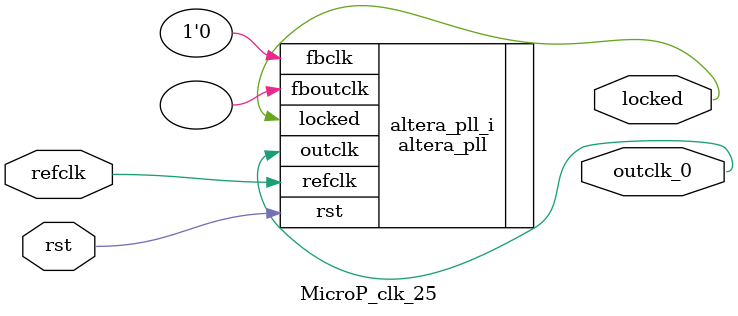
<source format=v>
`timescale 1ns/10ps
module  MicroP_clk_25(

	// interface 'refclk'
	input wire refclk,

	// interface 'reset'
	input wire rst,

	// interface 'outclk0'
	output wire outclk_0,

	// interface 'locked'
	output wire locked
);

	altera_pll #(
		.fractional_vco_multiplier("false"),
		.reference_clock_frequency("50.0 MHz"),
		.operation_mode("direct"),
		.number_of_clocks(1),
		.output_clock_frequency0("25.000000 MHz"),
		.phase_shift0("0 ps"),
		.duty_cycle0(50),
		.output_clock_frequency1("0 MHz"),
		.phase_shift1("0 ps"),
		.duty_cycle1(50),
		.output_clock_frequency2("0 MHz"),
		.phase_shift2("0 ps"),
		.duty_cycle2(50),
		.output_clock_frequency3("0 MHz"),
		.phase_shift3("0 ps"),
		.duty_cycle3(50),
		.output_clock_frequency4("0 MHz"),
		.phase_shift4("0 ps"),
		.duty_cycle4(50),
		.output_clock_frequency5("0 MHz"),
		.phase_shift5("0 ps"),
		.duty_cycle5(50),
		.output_clock_frequency6("0 MHz"),
		.phase_shift6("0 ps"),
		.duty_cycle6(50),
		.output_clock_frequency7("0 MHz"),
		.phase_shift7("0 ps"),
		.duty_cycle7(50),
		.output_clock_frequency8("0 MHz"),
		.phase_shift8("0 ps"),
		.duty_cycle8(50),
		.output_clock_frequency9("0 MHz"),
		.phase_shift9("0 ps"),
		.duty_cycle9(50),
		.output_clock_frequency10("0 MHz"),
		.phase_shift10("0 ps"),
		.duty_cycle10(50),
		.output_clock_frequency11("0 MHz"),
		.phase_shift11("0 ps"),
		.duty_cycle11(50),
		.output_clock_frequency12("0 MHz"),
		.phase_shift12("0 ps"),
		.duty_cycle12(50),
		.output_clock_frequency13("0 MHz"),
		.phase_shift13("0 ps"),
		.duty_cycle13(50),
		.output_clock_frequency14("0 MHz"),
		.phase_shift14("0 ps"),
		.duty_cycle14(50),
		.output_clock_frequency15("0 MHz"),
		.phase_shift15("0 ps"),
		.duty_cycle15(50),
		.output_clock_frequency16("0 MHz"),
		.phase_shift16("0 ps"),
		.duty_cycle16(50),
		.output_clock_frequency17("0 MHz"),
		.phase_shift17("0 ps"),
		.duty_cycle17(50),
		.pll_type("General"),
		.pll_subtype("General")
	) altera_pll_i (
		.rst	(rst),
		.outclk	({outclk_0}),
		.locked	(locked),
		.fboutclk	( ),
		.fbclk	(1'b0),
		.refclk	(refclk)
	);
endmodule


</source>
